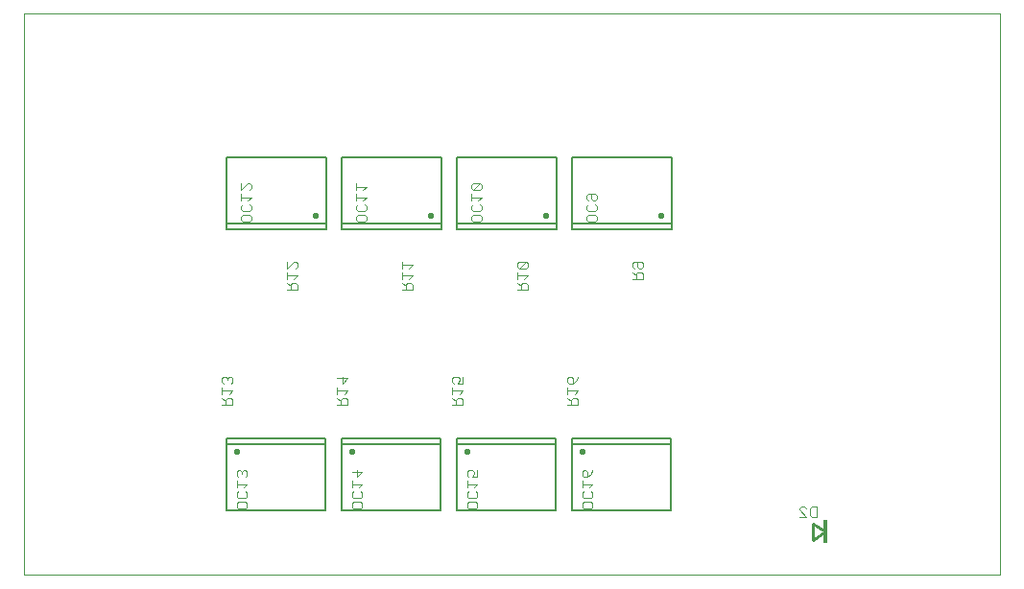
<source format=gbo>
G75*
%MOIN*%
%OFA0B0*%
%FSLAX25Y25*%
%IPPOS*%
%LPD*%
%AMOC8*
5,1,8,0,0,1.08239X$1,22.5*
%
%ADD10C,0.00000*%
%ADD11C,0.01000*%
%ADD12R,0.01181X0.08268*%
%ADD13C,0.00400*%
%ADD14C,0.00600*%
%ADD15C,0.02174*%
%ADD16C,0.00300*%
D10*
X0001000Y0001000D02*
X0001000Y0195961D01*
X0339701Y0195961D01*
X0339701Y0001000D01*
X0001000Y0001000D01*
D11*
X0275016Y0013244D02*
X0279150Y0016000D01*
X0275016Y0018953D01*
X0275016Y0013244D01*
D12*
X0279346Y0016000D03*
D13*
X0276194Y0021263D02*
X0274392Y0021263D01*
X0273792Y0021863D01*
X0273792Y0024266D01*
X0274392Y0024866D01*
X0276194Y0024866D01*
X0276194Y0021263D01*
X0272511Y0021263D02*
X0270109Y0023665D01*
X0270109Y0024266D01*
X0270709Y0024866D01*
X0271910Y0024866D01*
X0272511Y0024266D01*
X0272511Y0021263D02*
X0270109Y0021263D01*
X0198303Y0024568D02*
X0197703Y0023967D01*
X0195301Y0023967D01*
X0194700Y0024568D01*
X0194700Y0025769D01*
X0195301Y0026369D01*
X0197703Y0026369D01*
X0198303Y0025769D01*
X0198303Y0024568D01*
X0197703Y0027651D02*
X0195301Y0027651D01*
X0194700Y0028251D01*
X0194700Y0029452D01*
X0195301Y0030053D01*
X0194700Y0031334D02*
X0194700Y0033736D01*
X0194700Y0032535D02*
X0198303Y0032535D01*
X0197102Y0031334D01*
X0197703Y0030053D02*
X0198303Y0029452D01*
X0198303Y0028251D01*
X0197703Y0027651D01*
X0196502Y0035017D02*
X0196502Y0036818D01*
X0195901Y0037419D01*
X0195301Y0037419D01*
X0194700Y0036818D01*
X0194700Y0035617D01*
X0195301Y0035017D01*
X0196502Y0035017D01*
X0197703Y0036218D01*
X0198303Y0037419D01*
X0158303Y0037419D02*
X0158303Y0035017D01*
X0156502Y0035017D01*
X0157102Y0036218D01*
X0157102Y0036818D01*
X0156502Y0037419D01*
X0155301Y0037419D01*
X0154700Y0036818D01*
X0154700Y0035617D01*
X0155301Y0035017D01*
X0154700Y0033736D02*
X0154700Y0031334D01*
X0154700Y0032535D02*
X0158303Y0032535D01*
X0157102Y0031334D01*
X0157703Y0030053D02*
X0158303Y0029452D01*
X0158303Y0028251D01*
X0157703Y0027651D01*
X0155301Y0027651D01*
X0154700Y0028251D01*
X0154700Y0029452D01*
X0155301Y0030053D01*
X0155301Y0026369D02*
X0157703Y0026369D01*
X0158303Y0025769D01*
X0158303Y0024568D01*
X0157703Y0023967D01*
X0155301Y0023967D01*
X0154700Y0024568D01*
X0154700Y0025769D01*
X0155301Y0026369D01*
X0118303Y0025769D02*
X0118303Y0024568D01*
X0117703Y0023967D01*
X0115301Y0023967D01*
X0114700Y0024568D01*
X0114700Y0025769D01*
X0115301Y0026369D01*
X0117703Y0026369D01*
X0118303Y0025769D01*
X0117703Y0027651D02*
X0115301Y0027651D01*
X0114700Y0028251D01*
X0114700Y0029452D01*
X0115301Y0030053D01*
X0114700Y0031334D02*
X0114700Y0033736D01*
X0114700Y0032535D02*
X0118303Y0032535D01*
X0117102Y0031334D01*
X0117703Y0030053D02*
X0118303Y0029452D01*
X0118303Y0028251D01*
X0117703Y0027651D01*
X0116502Y0035017D02*
X0116502Y0037419D01*
X0118303Y0036818D02*
X0116502Y0035017D01*
X0118303Y0036818D02*
X0114700Y0036818D01*
X0078303Y0036818D02*
X0077703Y0037419D01*
X0077102Y0037419D01*
X0076502Y0036818D01*
X0075901Y0037419D01*
X0075301Y0037419D01*
X0074700Y0036818D01*
X0074700Y0035617D01*
X0075301Y0035017D01*
X0074700Y0033736D02*
X0074700Y0031334D01*
X0074700Y0032535D02*
X0078303Y0032535D01*
X0077102Y0031334D01*
X0077703Y0030053D02*
X0078303Y0029452D01*
X0078303Y0028251D01*
X0077703Y0027651D01*
X0075301Y0027651D01*
X0074700Y0028251D01*
X0074700Y0029452D01*
X0075301Y0030053D01*
X0075301Y0026369D02*
X0074700Y0025769D01*
X0074700Y0024568D01*
X0075301Y0023967D01*
X0077703Y0023967D01*
X0078303Y0024568D01*
X0078303Y0025769D01*
X0077703Y0026369D01*
X0075301Y0026369D01*
X0077703Y0035017D02*
X0078303Y0035617D01*
X0078303Y0036818D01*
X0076502Y0036818D02*
X0076502Y0036218D01*
X0076801Y0123700D02*
X0076200Y0124301D01*
X0076200Y0125502D01*
X0076801Y0126102D01*
X0079203Y0126102D01*
X0079803Y0125502D01*
X0079803Y0124301D01*
X0079203Y0123700D01*
X0076801Y0123700D01*
X0076801Y0127383D02*
X0076200Y0127984D01*
X0076200Y0129185D01*
X0076801Y0129785D01*
X0076200Y0131066D02*
X0076200Y0133468D01*
X0076200Y0132267D02*
X0079803Y0132267D01*
X0078602Y0131066D01*
X0079203Y0129785D02*
X0079803Y0129185D01*
X0079803Y0127984D01*
X0079203Y0127383D01*
X0076801Y0127383D01*
X0076200Y0134749D02*
X0078602Y0137151D01*
X0079203Y0137151D01*
X0079803Y0136551D01*
X0079803Y0135350D01*
X0079203Y0134749D01*
X0076200Y0134749D02*
X0076200Y0137151D01*
X0116200Y0137151D02*
X0116200Y0134749D01*
X0116200Y0135950D02*
X0119803Y0135950D01*
X0118602Y0134749D01*
X0116200Y0133468D02*
X0116200Y0131066D01*
X0116200Y0132267D02*
X0119803Y0132267D01*
X0118602Y0131066D01*
X0119203Y0129785D02*
X0119803Y0129185D01*
X0119803Y0127984D01*
X0119203Y0127383D01*
X0116801Y0127383D01*
X0116200Y0127984D01*
X0116200Y0129185D01*
X0116801Y0129785D01*
X0116801Y0126102D02*
X0119203Y0126102D01*
X0119803Y0125502D01*
X0119803Y0124301D01*
X0119203Y0123700D01*
X0116801Y0123700D01*
X0116200Y0124301D01*
X0116200Y0125502D01*
X0116801Y0126102D01*
X0156200Y0125502D02*
X0156801Y0126102D01*
X0159203Y0126102D01*
X0159803Y0125502D01*
X0159803Y0124301D01*
X0159203Y0123700D01*
X0156801Y0123700D01*
X0156200Y0124301D01*
X0156200Y0125502D01*
X0156801Y0127383D02*
X0156200Y0127984D01*
X0156200Y0129185D01*
X0156801Y0129785D01*
X0156200Y0131066D02*
X0156200Y0133468D01*
X0156200Y0132267D02*
X0159803Y0132267D01*
X0158602Y0131066D01*
X0159203Y0129785D02*
X0159803Y0129185D01*
X0159803Y0127984D01*
X0159203Y0127383D01*
X0156801Y0127383D01*
X0156801Y0134749D02*
X0159203Y0137151D01*
X0156801Y0137151D01*
X0156200Y0136551D01*
X0156200Y0135350D01*
X0156801Y0134749D01*
X0159203Y0134749D01*
X0159803Y0135350D01*
X0159803Y0136551D01*
X0159203Y0137151D01*
X0196200Y0132868D02*
X0196200Y0131667D01*
X0196801Y0131066D01*
X0196801Y0129785D02*
X0196200Y0129185D01*
X0196200Y0127984D01*
X0196801Y0127383D01*
X0199203Y0127383D01*
X0199803Y0127984D01*
X0199803Y0129185D01*
X0199203Y0129785D01*
X0199203Y0131066D02*
X0198602Y0131066D01*
X0198002Y0131667D01*
X0198002Y0133468D01*
X0199203Y0133468D02*
X0199803Y0132868D01*
X0199803Y0131667D01*
X0199203Y0131066D01*
X0199203Y0133468D02*
X0196801Y0133468D01*
X0196200Y0132868D01*
X0196801Y0126102D02*
X0199203Y0126102D01*
X0199803Y0125502D01*
X0199803Y0124301D01*
X0199203Y0123700D01*
X0196801Y0123700D01*
X0196200Y0124301D01*
X0196200Y0125502D01*
X0196801Y0126102D01*
D14*
X0191335Y0123012D02*
X0225370Y0123012D01*
X0225764Y0120980D02*
X0225764Y0146020D01*
X0191335Y0146020D01*
X0191335Y0123012D01*
X0191335Y0120980D01*
X0225764Y0120980D01*
X0185764Y0120980D02*
X0185764Y0146020D01*
X0151335Y0146020D01*
X0151335Y0123012D01*
X0185370Y0123012D01*
X0185764Y0120980D02*
X0151335Y0120980D01*
X0151335Y0123012D01*
X0145764Y0120980D02*
X0145764Y0146020D01*
X0111335Y0146020D01*
X0111335Y0123012D01*
X0145370Y0123012D01*
X0145764Y0120980D02*
X0111335Y0120980D01*
X0111335Y0123012D01*
X0105764Y0120980D02*
X0105764Y0146020D01*
X0071335Y0146020D01*
X0071335Y0123012D01*
X0105370Y0123012D01*
X0105764Y0120980D02*
X0071335Y0120980D01*
X0071335Y0123012D01*
X0071236Y0048520D02*
X0071236Y0023480D01*
X0105665Y0023480D01*
X0105665Y0046488D01*
X0071630Y0046488D01*
X0071236Y0048520D02*
X0105665Y0048520D01*
X0105665Y0046488D01*
X0111236Y0048520D02*
X0111236Y0023480D01*
X0145665Y0023480D01*
X0145665Y0046488D01*
X0111630Y0046488D01*
X0111236Y0048520D02*
X0145665Y0048520D01*
X0145665Y0046488D01*
X0151236Y0048520D02*
X0151236Y0023480D01*
X0185665Y0023480D01*
X0185665Y0046488D01*
X0151630Y0046488D01*
X0151236Y0048520D02*
X0185665Y0048520D01*
X0185665Y0046488D01*
X0191236Y0048520D02*
X0191236Y0023480D01*
X0225665Y0023480D01*
X0225665Y0046488D01*
X0191630Y0046488D01*
X0191236Y0048520D02*
X0225665Y0048520D01*
X0225665Y0046488D01*
D15*
X0194720Y0043874D03*
X0154720Y0043874D03*
X0114720Y0043874D03*
X0074720Y0043874D03*
X0102280Y0125626D03*
X0142280Y0125626D03*
X0182280Y0125626D03*
X0222280Y0125626D03*
D16*
X0215236Y0109936D02*
X0212767Y0109936D01*
X0212150Y0109318D01*
X0212150Y0108084D01*
X0212767Y0107467D01*
X0212150Y0106252D02*
X0213384Y0105018D01*
X0213384Y0105635D02*
X0213384Y0103784D01*
X0212150Y0103784D02*
X0215853Y0103784D01*
X0215853Y0105635D01*
X0215236Y0106252D01*
X0214002Y0106252D01*
X0213384Y0105635D01*
X0214619Y0107467D02*
X0214002Y0108084D01*
X0214002Y0109936D01*
X0215236Y0109936D02*
X0215853Y0109318D01*
X0215853Y0108084D01*
X0215236Y0107467D01*
X0214619Y0107467D01*
X0175853Y0108084D02*
X0175853Y0109318D01*
X0175236Y0109936D01*
X0172767Y0107467D01*
X0172150Y0108084D01*
X0172150Y0109318D01*
X0172767Y0109936D01*
X0175236Y0109936D01*
X0175853Y0108084D02*
X0175236Y0107467D01*
X0172767Y0107467D01*
X0172150Y0106252D02*
X0172150Y0103784D01*
X0172150Y0102569D02*
X0173384Y0101335D01*
X0173384Y0101952D02*
X0173384Y0100101D01*
X0172150Y0100101D02*
X0175853Y0100101D01*
X0175853Y0101952D01*
X0175236Y0102569D01*
X0174002Y0102569D01*
X0173384Y0101952D01*
X0174619Y0103784D02*
X0175853Y0105018D01*
X0172150Y0105018D01*
X0135853Y0105018D02*
X0134619Y0103784D01*
X0135236Y0102569D02*
X0134002Y0102569D01*
X0133384Y0101952D01*
X0133384Y0100101D01*
X0133384Y0101335D02*
X0132150Y0102569D01*
X0132150Y0103784D02*
X0132150Y0106252D01*
X0132150Y0107467D02*
X0132150Y0109936D01*
X0132150Y0108701D02*
X0135853Y0108701D01*
X0134619Y0107467D01*
X0135853Y0105018D02*
X0132150Y0105018D01*
X0135236Y0102569D02*
X0135853Y0101952D01*
X0135853Y0100101D01*
X0132150Y0100101D01*
X0095853Y0100101D02*
X0095853Y0101952D01*
X0095236Y0102569D01*
X0094002Y0102569D01*
X0093384Y0101952D01*
X0093384Y0100101D01*
X0093384Y0101335D02*
X0092150Y0102569D01*
X0092150Y0103784D02*
X0092150Y0106252D01*
X0092150Y0107467D02*
X0094619Y0109936D01*
X0095236Y0109936D01*
X0095853Y0109318D01*
X0095853Y0108084D01*
X0095236Y0107467D01*
X0095853Y0105018D02*
X0092150Y0105018D01*
X0092150Y0107467D02*
X0092150Y0109936D01*
X0095853Y0105018D02*
X0094619Y0103784D01*
X0095853Y0100101D02*
X0092150Y0100101D01*
X0109650Y0069318D02*
X0113353Y0069318D01*
X0111502Y0067467D01*
X0111502Y0069936D01*
X0109650Y0066252D02*
X0109650Y0063784D01*
X0109650Y0062569D02*
X0110884Y0061335D01*
X0110884Y0061952D02*
X0110884Y0060101D01*
X0109650Y0060101D02*
X0113353Y0060101D01*
X0113353Y0061952D01*
X0112736Y0062569D01*
X0111502Y0062569D01*
X0110884Y0061952D01*
X0112119Y0063784D02*
X0113353Y0065018D01*
X0109650Y0065018D01*
X0073353Y0065018D02*
X0072119Y0063784D01*
X0072736Y0062569D02*
X0071502Y0062569D01*
X0070884Y0061952D01*
X0070884Y0060101D01*
X0070884Y0061335D02*
X0069650Y0062569D01*
X0069650Y0063784D02*
X0069650Y0066252D01*
X0069650Y0065018D02*
X0073353Y0065018D01*
X0072736Y0067467D02*
X0073353Y0068084D01*
X0073353Y0069318D01*
X0072736Y0069936D01*
X0072119Y0069936D01*
X0071502Y0069318D01*
X0070884Y0069936D01*
X0070267Y0069936D01*
X0069650Y0069318D01*
X0069650Y0068084D01*
X0070267Y0067467D01*
X0071502Y0068701D02*
X0071502Y0069318D01*
X0072736Y0062569D02*
X0073353Y0061952D01*
X0073353Y0060101D01*
X0069650Y0060101D01*
X0149650Y0060101D02*
X0153353Y0060101D01*
X0153353Y0061952D01*
X0152736Y0062569D01*
X0151502Y0062569D01*
X0150884Y0061952D01*
X0150884Y0060101D01*
X0150884Y0061335D02*
X0149650Y0062569D01*
X0149650Y0063784D02*
X0149650Y0066252D01*
X0149650Y0065018D02*
X0153353Y0065018D01*
X0152119Y0063784D01*
X0151502Y0067467D02*
X0152119Y0068701D01*
X0152119Y0069318D01*
X0151502Y0069936D01*
X0150267Y0069936D01*
X0149650Y0069318D01*
X0149650Y0068084D01*
X0150267Y0067467D01*
X0151502Y0067467D02*
X0153353Y0067467D01*
X0153353Y0069936D01*
X0189650Y0069318D02*
X0189650Y0068084D01*
X0190267Y0067467D01*
X0191502Y0067467D01*
X0191502Y0069318D01*
X0190884Y0069936D01*
X0190267Y0069936D01*
X0189650Y0069318D01*
X0191502Y0067467D02*
X0192736Y0068701D01*
X0193353Y0069936D01*
X0193353Y0065018D02*
X0189650Y0065018D01*
X0189650Y0063784D02*
X0189650Y0066252D01*
X0192119Y0063784D02*
X0193353Y0065018D01*
X0192736Y0062569D02*
X0191502Y0062569D01*
X0190884Y0061952D01*
X0190884Y0060101D01*
X0190884Y0061335D02*
X0189650Y0062569D01*
X0189650Y0060101D02*
X0193353Y0060101D01*
X0193353Y0061952D01*
X0192736Y0062569D01*
M02*

</source>
